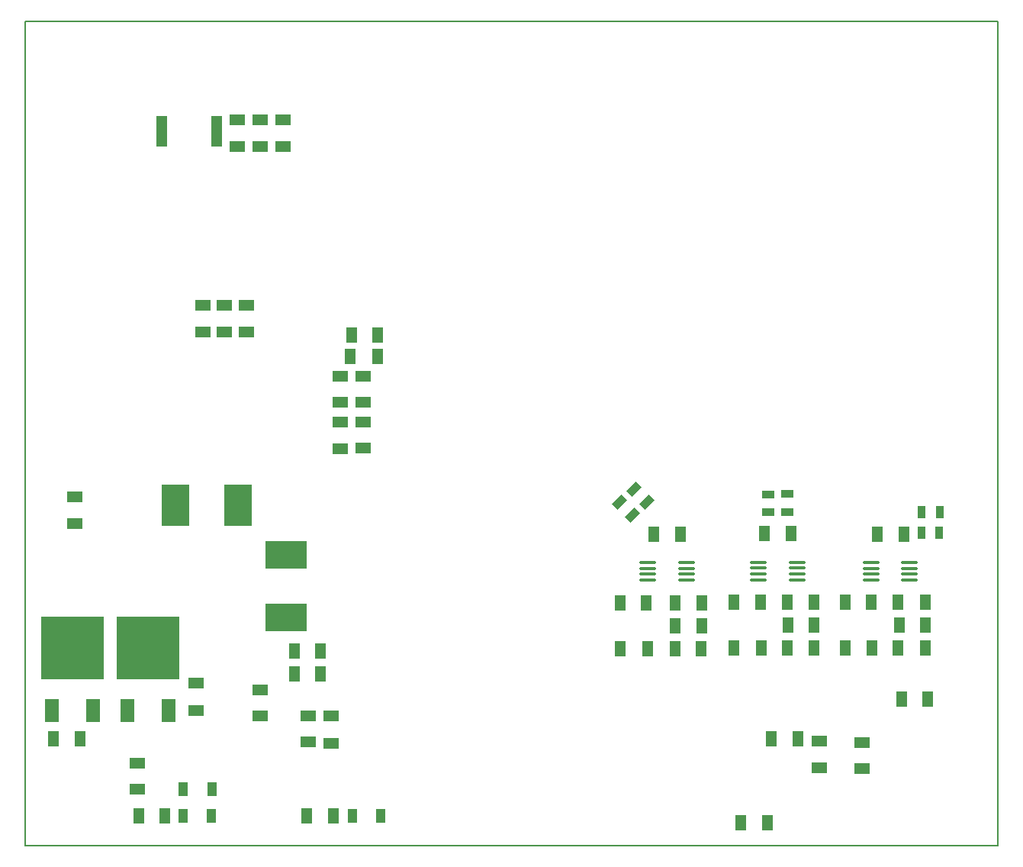
<source format=gbr>
G04 PROTEUS RS274X GERBER FILE*
%FSLAX45Y45*%
%MOMM*%
G01*
%ADD25R,1.143000X1.803400*%
%ADD27R,1.803400X1.143000*%
%ADD42R,6.985000X6.985000*%
%ADD43R,1.524000X2.540000*%
%AMPPAD038*
4,1,36,
0.901700,-0.025400,
0.901700,0.025400,
0.898160,0.061750,
0.887980,0.095370,
0.871810,0.125600,
0.850300,0.151800,
0.824110,0.173310,
0.793870,0.189480,
0.760250,0.199660,
0.723900,0.203200,
-0.723900,0.203200,
-0.760250,0.199660,
-0.793870,0.189480,
-0.824110,0.173310,
-0.850300,0.151800,
-0.871810,0.125600,
-0.887980,0.095370,
-0.898160,0.061750,
-0.901700,0.025400,
-0.901700,-0.025400,
-0.898160,-0.061750,
-0.887980,-0.095370,
-0.871810,-0.125600,
-0.850300,-0.151800,
-0.824110,-0.173310,
-0.793870,-0.189480,
-0.760250,-0.199660,
-0.723900,-0.203200,
0.723900,-0.203200,
0.760250,-0.199660,
0.793870,-0.189480,
0.824110,-0.173310,
0.850300,-0.151800,
0.871810,-0.125600,
0.887980,-0.095370,
0.898160,-0.061750,
0.901700,-0.025400,
0*%
%ADD44PPAD038*%
%ADD45R,1.016000X1.524000*%
%ADD46R,4.572000X3.048000*%
%AMPPAD041*
4,1,4,
-0.179610,-0.844140,
-0.844140,-0.179610,
0.179610,0.844140,
0.844140,0.179610,
-0.179610,-0.844140,
0*%
%ADD47PPAD041*%
%ADD34R,1.447800X0.939800*%
%ADD48R,0.939800X1.447800*%
%ADD39R,3.048000X4.572000*%
%ADD49R,1.244600X3.403600*%
%ADD41C,0.203200*%
D25*
X+2827300Y-990600D03*
X+2527300Y-990600D03*
X+2542100Y-749300D03*
X+2832100Y-749300D03*
D27*
X+2667000Y-1206500D03*
X+2667000Y-1496500D03*
D42*
X-553200Y-4224020D03*
D43*
X-324600Y-4914900D03*
X-781800Y-4914900D03*
D42*
X+285000Y-4224020D03*
D43*
X+513600Y-4914900D03*
X+56400Y-4914900D03*
D27*
X+1275080Y+1337438D03*
X+1275080Y+1637438D03*
X+1783080Y+1337438D03*
X+1783080Y+1637438D03*
X+1529080Y+1337438D03*
X+1529080Y+1637438D03*
X+1371600Y-719100D03*
X+1371600Y-419100D03*
X+889000Y-719100D03*
X+889000Y-419100D03*
X+1130300Y-719100D03*
X+1130300Y-419100D03*
D25*
X-469100Y-5232400D03*
X-769100Y-5232400D03*
D27*
X+818400Y-4914900D03*
X+818400Y-4614900D03*
X+2413000Y-1714500D03*
X+2413000Y-2014500D03*
X+2667000Y-1714500D03*
X+2667000Y-2004500D03*
X+2413000Y-1206500D03*
X+2413000Y-1496500D03*
D44*
X+6259000Y-3273402D03*
X+6259000Y-3338402D03*
X+6259000Y-3403402D03*
X+6259000Y-3468402D03*
X+5829000Y-3468402D03*
X+5829000Y-3403402D03*
X+5829000Y-3338402D03*
X+5829000Y-3273402D03*
X+7486107Y-3273033D03*
X+7486107Y-3338033D03*
X+7486107Y-3403033D03*
X+7486107Y-3468033D03*
X+7056107Y-3468033D03*
X+7056107Y-3403033D03*
X+7056107Y-3338033D03*
X+7056107Y-3273033D03*
X+8735869Y-3274533D03*
X+8735869Y-3339533D03*
X+8735869Y-3404533D03*
X+8735869Y-3469533D03*
X+8305869Y-3469533D03*
X+8305869Y-3404533D03*
X+8305869Y-3339533D03*
X+8305869Y-3274533D03*
D25*
X+6195500Y-2957402D03*
X+5895500Y-2957402D03*
X+7422607Y-2957033D03*
X+7122607Y-2957033D03*
X+8672369Y-2958533D03*
X+8372369Y-2958533D03*
X+6432000Y-3719402D03*
X+6132000Y-3719402D03*
X+7676607Y-3719033D03*
X+7376607Y-3719033D03*
X+8908869Y-3719033D03*
X+8608869Y-3719033D03*
X+6432000Y-3973402D03*
X+6132000Y-3973402D03*
X+5824500Y-4227402D03*
X+5524500Y-4227402D03*
X+5524500Y-3719402D03*
X+5814500Y-3719402D03*
X+6422000Y-4227402D03*
X+6132000Y-4227402D03*
X+6787607Y-3719033D03*
X+7077607Y-3719033D03*
X+7676607Y-3973033D03*
X+7386607Y-3973033D03*
X+8019869Y-3719033D03*
X+8309869Y-3719033D03*
X+8908869Y-3973033D03*
X+8618869Y-3973033D03*
X+7087607Y-4227033D03*
X+6787607Y-4227033D03*
X+7676607Y-4227033D03*
X+7376607Y-4227033D03*
X+8319869Y-4227033D03*
X+8019869Y-4227033D03*
X+8908869Y-4227033D03*
X+8608869Y-4227033D03*
X+7158000Y-6159500D03*
X+6858000Y-6159500D03*
D27*
X+2311400Y-4978400D03*
X+2311400Y-5278400D03*
X-533400Y-2844800D03*
X-533400Y-2544800D03*
D45*
X+673100Y-6083300D03*
X+988060Y-6083300D03*
D27*
X+8204200Y-5272600D03*
X+8204200Y-5562600D03*
D25*
X+7203000Y-5232400D03*
X+7493000Y-5232400D03*
D27*
X+7731100Y-5259900D03*
X+7731100Y-5549900D03*
D25*
X+8643416Y-4793216D03*
X+8933416Y-4793216D03*
X+467800Y-6083300D03*
X+177800Y-6083300D03*
X+1905000Y-4508500D03*
X+2195000Y-4508500D03*
X+1905000Y-4254500D03*
X+2195000Y-4254500D03*
D27*
X+2057400Y-5268400D03*
X+2057400Y-4978400D03*
X+1524000Y-4686300D03*
X+1524000Y-4976300D03*
D46*
X+1816100Y-3187700D03*
X+1816100Y-3887700D03*
D47*
X+5660311Y-2750411D03*
X+5518890Y-2608990D03*
X+5816600Y-2603500D03*
X+5675178Y-2462078D03*
D34*
X+7162800Y-2717800D03*
X+7162800Y-2517800D03*
X+7378700Y-2714600D03*
X+7378700Y-2514600D03*
D48*
X+8867800Y-2717800D03*
X+9067800Y-2717800D03*
X+8864600Y-2946400D03*
X+9064600Y-2946400D03*
D39*
X+1284200Y-2641600D03*
X+584200Y-2641600D03*
D45*
X+2552700Y-6083300D03*
X+2867660Y-6083300D03*
D25*
X+2336800Y-6083300D03*
X+2046800Y-6083300D03*
D45*
X+675640Y-5791200D03*
X+990600Y-5791200D03*
D27*
X+165100Y-5791200D03*
X+165100Y-5501200D03*
D49*
X+431800Y+1511300D03*
X+1041800Y+1511300D03*
D41*
X-1079500Y-6413500D02*
X+9715500Y-6413500D01*
X+9715500Y+2730500D01*
X-1079500Y+2730500D01*
X-1079500Y-6413500D01*
M02*

</source>
